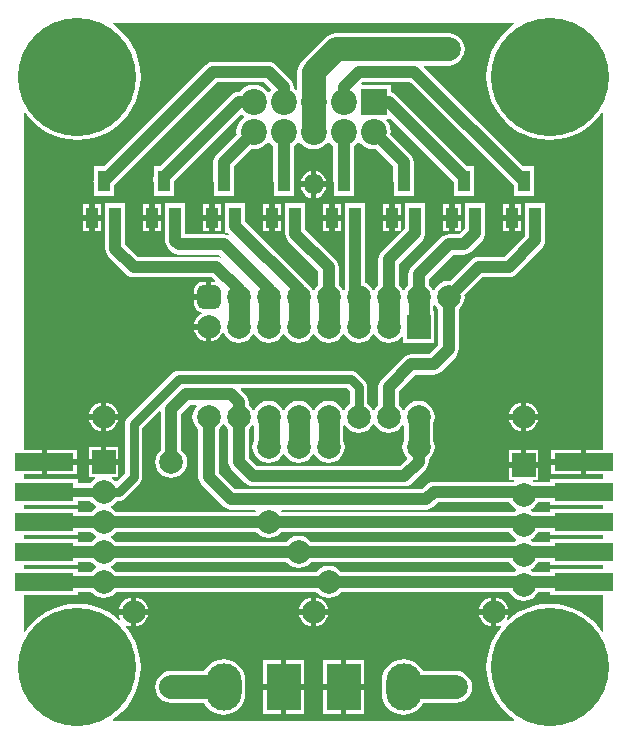
<source format=gbr>
G04 Layer_Physical_Order=2*
G04 Layer_Color=16711680*
%FSLAX26Y26*%
%MOIN*%
%TF.FileFunction,Copper,L2,Bot,Signal*%
%TF.Part,Single*%
G01*
G75*
%TA.AperFunction,Conductor*%
%ADD10C,0.078740*%
%ADD11C,0.070866*%
%TA.AperFunction,ViaPad*%
%ADD12O,0.118110X0.157480*%
%ADD13R,0.118110X0.157480*%
%TA.AperFunction,ComponentPad*%
G04:AMPARAMS|DCode=14|XSize=78.74mil|YSize=78.74mil|CornerRadius=19.685mil|HoleSize=0mil|Usage=FLASHONLY|Rotation=0.000|XOffset=0mil|YOffset=0mil|HoleType=Round|Shape=RoundedRectangle|*
%AMROUNDEDRECTD14*
21,1,0.078740,0.039370,0,0,0.0*
21,1,0.039370,0.078740,0,0,0.0*
1,1,0.039370,0.019685,-0.019685*
1,1,0.039370,-0.019685,-0.019685*
1,1,0.039370,-0.019685,0.019685*
1,1,0.039370,0.019685,0.019685*
%
%ADD14ROUNDEDRECTD14*%
%ADD15C,0.078740*%
%ADD16R,0.078740X0.078740*%
%TA.AperFunction,ViaPad*%
%ADD17O,0.062992X0.070866*%
%TA.AperFunction,ComponentPad*%
%ADD18R,0.078740X0.078740*%
%TA.AperFunction,ViaPad*%
%ADD19C,0.393701*%
%TA.AperFunction,ComponentPad*%
%ADD20R,0.086614X0.086614*%
%ADD21C,0.086614*%
%TA.AperFunction,ViaPad*%
%ADD22C,0.078740*%
%TA.AperFunction,ConnectorPad*%
%ADD23R,0.196850X0.059055*%
%TA.AperFunction,SMDPad,CuDef*%
%ADD24R,0.039370X0.070866*%
%TA.AperFunction,Conductor*%
%ADD25C,0.039370*%
%ADD26C,0.031496*%
G36*
X653574Y-636647D02*
X662093Y-647749D01*
X673196Y-656269D01*
X675788Y-657342D01*
Y-662342D01*
X673196Y-663416D01*
X669507Y-666247D01*
X91094D01*
X87907Y-662093D01*
X76804Y-653574D01*
X63875Y-648218D01*
X50000Y-646392D01*
X36125Y-648218D01*
X23196Y-653574D01*
X12093Y-662093D01*
X8906Y-666247D01*
X-658906D01*
X-662093Y-662093D01*
X-673196Y-653574D01*
X-675788Y-652500D01*
Y-647500D01*
X-673196Y-646426D01*
X-662093Y-637907D01*
X-658906Y-633753D01*
X-91094D01*
X-87907Y-637907D01*
X-76804Y-646426D01*
X-63875Y-651782D01*
X-50000Y-653608D01*
X-36125Y-651782D01*
X-23196Y-646426D01*
X-12093Y-637907D01*
X-8906Y-633753D01*
X652375D01*
X653574Y-636647D01*
D02*
G37*
G36*
X-737907Y-537907D02*
X-726804Y-546426D01*
X-724212Y-547500D01*
Y-552500D01*
X-726804Y-553574D01*
X-737907Y-562093D01*
X-741094Y-566247D01*
X-784646D01*
Y-556693D01*
X-966188D01*
Y-543307D01*
X-784646D01*
Y-533753D01*
X-741094D01*
X-737907Y-537907D01*
D02*
G37*
G36*
X787795Y-543307D02*
X966188D01*
Y-556693D01*
X787795D01*
Y-566247D01*
X730493D01*
X726804Y-563416D01*
X724212Y-562342D01*
Y-557342D01*
X726804Y-556269D01*
X737907Y-547749D01*
X746426Y-536647D01*
X747625Y-533753D01*
X787795D01*
Y-543307D01*
D02*
G37*
G36*
Y-743307D02*
X966188D01*
Y-864089D01*
X961404Y-865541D01*
X954864Y-855754D01*
X936659Y-834995D01*
X915900Y-816789D01*
X892942Y-801450D01*
X868179Y-789238D01*
X842034Y-780363D01*
X814953Y-774976D01*
X787402Y-773170D01*
X759850Y-774976D01*
X732770Y-780363D01*
X706624Y-789238D01*
X681861Y-801450D01*
X658903Y-816789D01*
X647898Y-826441D01*
X643724Y-823451D01*
X648099Y-812888D01*
X648500Y-809842D01*
X609842D01*
Y-848500D01*
X612888Y-848099D01*
X619503Y-845360D01*
X625149Y-848433D01*
X625358Y-849574D01*
X619939Y-855754D01*
X604599Y-878711D01*
X592387Y-903475D01*
X583512Y-929620D01*
X578126Y-956700D01*
X576320Y-984252D01*
X578126Y-1011804D01*
X583512Y-1038884D01*
X592387Y-1065030D01*
X604599Y-1089793D01*
X619939Y-1112751D01*
X638144Y-1133509D01*
X658903Y-1151715D01*
X668690Y-1158254D01*
X667239Y-1163039D01*
X-667239D01*
X-668690Y-1158254D01*
X-658903Y-1151715D01*
X-638144Y-1133509D01*
X-619939Y-1112751D01*
X-604599Y-1089793D01*
X-592387Y-1065030D01*
X-583512Y-1038884D01*
X-578126Y-1011804D01*
X-576320Y-984252D01*
X-578126Y-956700D01*
X-583512Y-929620D01*
X-592387Y-903475D01*
X-604599Y-878711D01*
X-619939Y-855754D01*
X-625358Y-849574D01*
X-625149Y-848433D01*
X-619503Y-845360D01*
X-612888Y-848099D01*
X-609842Y-848500D01*
Y-809842D01*
X-648500D01*
X-648099Y-812888D01*
X-643724Y-823451D01*
X-647898Y-826441D01*
X-658903Y-816789D01*
X-681861Y-801450D01*
X-706624Y-789238D01*
X-732770Y-780363D01*
X-759850Y-774976D01*
X-787402Y-773170D01*
X-814953Y-774976D01*
X-842034Y-780363D01*
X-868179Y-789238D01*
X-892942Y-801450D01*
X-915900Y-816789D01*
X-936659Y-834995D01*
X-954864Y-855754D01*
X-961404Y-865541D01*
X-966188Y-864089D01*
Y-743307D01*
X-784646D01*
Y-733753D01*
X-741094D01*
X-737907Y-737907D01*
X-726804Y-746426D01*
X-713875Y-751782D01*
X-700000Y-753608D01*
X-686125Y-751782D01*
X-673196Y-746426D01*
X-662093Y-737907D01*
X-658906Y-733753D01*
X8906D01*
X12093Y-737907D01*
X23196Y-746426D01*
X36125Y-751782D01*
X50000Y-753608D01*
X63875Y-751782D01*
X76804Y-746426D01*
X87907Y-737907D01*
X91094Y-733753D01*
X652375D01*
X653574Y-736647D01*
X662093Y-747749D01*
X673196Y-756269D01*
X686125Y-761624D01*
X700000Y-763451D01*
X713875Y-761624D01*
X726804Y-756269D01*
X737907Y-747749D01*
X746426Y-736647D01*
X747625Y-733753D01*
X787795D01*
Y-743307D01*
D02*
G37*
G36*
X-737907Y-637907D02*
X-726804Y-646426D01*
X-724212Y-647500D01*
Y-652500D01*
X-726804Y-653574D01*
X-737907Y-662093D01*
X-741094Y-666247D01*
X-784646D01*
Y-656693D01*
X-966188D01*
Y-643307D01*
X-784646D01*
Y-633753D01*
X-741094D01*
X-737907Y-637907D01*
D02*
G37*
G36*
X787795Y-643307D02*
X966188D01*
Y-656693D01*
X787795D01*
Y-666247D01*
X730493D01*
X726804Y-663416D01*
X724212Y-662342D01*
Y-657342D01*
X726804Y-656269D01*
X737907Y-647749D01*
X746426Y-636647D01*
X747625Y-633753D01*
X787795D01*
Y-643307D01*
D02*
G37*
G36*
X653574Y-536647D02*
X662093Y-547749D01*
X673196Y-556269D01*
X675788Y-557342D01*
Y-562342D01*
X673196Y-563416D01*
X669507Y-566247D01*
X-8906D01*
X-12093Y-562093D01*
X-23196Y-553574D01*
X-36125Y-548218D01*
X-50000Y-546392D01*
X-63875Y-548218D01*
X-76804Y-553574D01*
X-87907Y-562093D01*
X-91094Y-566247D01*
X-658906D01*
X-662093Y-562093D01*
X-673196Y-553574D01*
X-675788Y-552500D01*
Y-547500D01*
X-673196Y-546426D01*
X-662093Y-537907D01*
X-658906Y-533753D01*
X-191094D01*
X-187907Y-537907D01*
X-176804Y-546426D01*
X-163875Y-551782D01*
X-150000Y-553608D01*
X-136125Y-551782D01*
X-123196Y-546426D01*
X-112093Y-537907D01*
X-108906Y-533753D01*
X652375D01*
X653574Y-536647D01*
D02*
G37*
G36*
X-389180Y-113753D02*
X-396426Y-123196D01*
X-401781Y-136125D01*
X-403608Y-150000D01*
X-401781Y-163875D01*
X-396426Y-176804D01*
X-387907Y-187907D01*
X-383753Y-191094D01*
Y-350000D01*
X-382603Y-358736D01*
X-379231Y-366877D01*
X-373867Y-373867D01*
X-298867Y-448867D01*
X-291877Y-454231D01*
X-283736Y-457603D01*
X-275000Y-458753D01*
X-194099D01*
X-191533Y-463753D01*
X-193250Y-466247D01*
X-658906D01*
X-662093Y-462093D01*
X-673196Y-453574D01*
X-675788Y-452500D01*
Y-447500D01*
X-673196Y-446426D01*
X-662093Y-437907D01*
X-655859Y-429782D01*
X-650000D01*
X-642292Y-428767D01*
X-635109Y-425792D01*
X-628941Y-421059D01*
X-578941Y-371059D01*
X-574208Y-364891D01*
X-571232Y-357708D01*
X-570218Y-350000D01*
X-570218Y-349999D01*
Y-187336D01*
X-513373Y-130491D01*
X-508753Y-132405D01*
Y-258906D01*
X-512907Y-262093D01*
X-521426Y-273196D01*
X-526782Y-286125D01*
X-528608Y-300000D01*
X-526782Y-313875D01*
X-521426Y-326804D01*
X-512907Y-337907D01*
X-501804Y-346426D01*
X-488875Y-351781D01*
X-475000Y-353608D01*
X-461125Y-351781D01*
X-448196Y-346426D01*
X-437093Y-337907D01*
X-428574Y-326804D01*
X-423219Y-313875D01*
X-421392Y-300000D01*
X-423219Y-286125D01*
X-428574Y-273196D01*
X-437093Y-262093D01*
X-441247Y-258906D01*
Y-138981D01*
X-411019Y-108753D01*
X-391361D01*
X-389180Y-113753D01*
D02*
G37*
G36*
X120218Y-62336D02*
Y-105859D01*
X112093Y-112093D01*
X103574Y-123196D01*
X102500Y-125788D01*
X97500D01*
X96426Y-123196D01*
X87907Y-112093D01*
X76804Y-103574D01*
X63875Y-98219D01*
X50000Y-96392D01*
X36125Y-98219D01*
X23196Y-103574D01*
X12093Y-112093D01*
X3574Y-123196D01*
X2500Y-125788D01*
X-2500D01*
X-3574Y-123196D01*
X-12093Y-112093D01*
X-23196Y-103574D01*
X-36125Y-98219D01*
X-50000Y-96392D01*
X-63875Y-98219D01*
X-76804Y-103574D01*
X-87907Y-112093D01*
X-96426Y-123196D01*
X-97500Y-125788D01*
X-102500D01*
X-103574Y-123196D01*
X-112093Y-112093D01*
X-123196Y-103574D01*
X-136125Y-98219D01*
X-150000Y-96392D01*
X-163875Y-98219D01*
X-176804Y-103574D01*
X-187907Y-112093D01*
X-196426Y-123196D01*
X-197500Y-125788D01*
X-202500D01*
X-203574Y-123196D01*
X-212093Y-112093D01*
X-216247Y-108906D01*
Y-100000D01*
X-217397Y-91264D01*
X-220769Y-83123D01*
X-226133Y-76133D01*
X-242864Y-59402D01*
X-240950Y-54782D01*
X112664D01*
X120218Y-62336D01*
D02*
G37*
G36*
X203574Y-176804D02*
X212093Y-187907D01*
X223196Y-196426D01*
X236125Y-201781D01*
X250000Y-203608D01*
X263875Y-201781D01*
X276804Y-196426D01*
X287907Y-187907D01*
X295363Y-178190D01*
X300363Y-179887D01*
Y-230948D01*
X298219Y-236125D01*
X296392Y-250000D01*
X298219Y-263875D01*
X303574Y-276804D01*
X312093Y-287907D01*
X312233Y-290033D01*
X289168Y-313097D01*
X-189168D01*
X-216247Y-286019D01*
Y-191094D01*
X-212093Y-187907D01*
X-204637Y-178190D01*
X-199637Y-179887D01*
Y-230948D01*
X-201781Y-236125D01*
X-203608Y-250000D01*
X-201781Y-263875D01*
X-196426Y-276804D01*
X-187907Y-287907D01*
X-176804Y-296426D01*
X-163875Y-301781D01*
X-150000Y-303608D01*
X-136125Y-301781D01*
X-123196Y-296426D01*
X-112093Y-287907D01*
X-103574Y-276804D01*
X-102500Y-274212D01*
X-97500D01*
X-96426Y-276804D01*
X-87907Y-287907D01*
X-76804Y-296426D01*
X-63875Y-301781D01*
X-50000Y-303608D01*
X-36125Y-301781D01*
X-23196Y-296426D01*
X-12093Y-287907D01*
X-3574Y-276804D01*
X-2500Y-274212D01*
X2500D01*
X3574Y-276804D01*
X12093Y-287907D01*
X23196Y-296426D01*
X36125Y-301781D01*
X50000Y-303608D01*
X63875Y-301781D01*
X76804Y-296426D01*
X87907Y-287907D01*
X96426Y-276804D01*
X101781Y-263875D01*
X103608Y-250000D01*
X101781Y-236125D01*
X99637Y-230948D01*
Y-179887D01*
X104637Y-178190D01*
X112093Y-187907D01*
X123196Y-196426D01*
X136125Y-201781D01*
X150000Y-203608D01*
X163875Y-201781D01*
X176804Y-196426D01*
X187907Y-187907D01*
X196426Y-176804D01*
X197500Y-174212D01*
X202500D01*
X203574Y-176804D01*
D02*
G37*
G36*
X-737907Y-437907D02*
X-726804Y-446426D01*
X-724212Y-447500D01*
Y-452500D01*
X-726804Y-453574D01*
X-737907Y-462093D01*
X-741094Y-466247D01*
X-784646D01*
Y-456693D01*
X-966188D01*
Y-443307D01*
X-784646D01*
Y-429782D01*
X-744141D01*
X-737907Y-437907D01*
D02*
G37*
G36*
X653574Y-436647D02*
X662093Y-447749D01*
X673196Y-456269D01*
X675788Y-457342D01*
Y-462342D01*
X673196Y-463416D01*
X669507Y-466247D01*
X-106750D01*
X-108467Y-463753D01*
X-105901Y-458753D01*
X375000D01*
X383736Y-457603D01*
X391877Y-454231D01*
X398867Y-448867D01*
X413981Y-433753D01*
X652375D01*
X653574Y-436647D01*
D02*
G37*
G36*
X787795Y-443307D02*
X966188D01*
Y-456693D01*
X787795D01*
Y-466247D01*
X730493D01*
X726804Y-463416D01*
X724212Y-462342D01*
Y-457342D01*
X726804Y-456269D01*
X737907Y-447749D01*
X746426Y-436647D01*
X747625Y-433753D01*
X787795D01*
Y-443307D01*
D02*
G37*
G36*
X668690Y1158254D02*
X658903Y1151715D01*
X638144Y1133509D01*
X619939Y1112751D01*
X604599Y1089793D01*
X592387Y1065030D01*
X583512Y1038884D01*
X578126Y1011804D01*
X576320Y984252D01*
X578126Y956700D01*
X583512Y929620D01*
X592387Y903475D01*
X604599Y878711D01*
X619939Y855754D01*
X638144Y834995D01*
X658903Y816789D01*
X681861Y801450D01*
X706624Y789238D01*
X732770Y780363D01*
X759850Y774976D01*
X787402Y773170D01*
X814953Y774976D01*
X842034Y780363D01*
X868179Y789238D01*
X892942Y801450D01*
X915900Y816789D01*
X936659Y834995D01*
X954864Y855754D01*
X961404Y865541D01*
X966188Y864089D01*
Y-260473D01*
X909842D01*
Y-300000D01*
Y-339527D01*
X966188D01*
Y-356693D01*
X787795D01*
Y-366247D01*
X732059D01*
X730193Y-364213D01*
X732391Y-359213D01*
X749370D01*
Y-319685D01*
X700000D01*
X650630D01*
Y-359213D01*
X667609D01*
X669807Y-364213D01*
X667941Y-366247D01*
X400000D01*
X391264Y-367397D01*
X383123Y-370769D01*
X376133Y-376133D01*
X361019Y-391247D01*
X-261019D01*
X-316247Y-336019D01*
Y-191094D01*
X-312093Y-187907D01*
X-303574Y-176804D01*
X-302500Y-174212D01*
X-297500D01*
X-296426Y-176804D01*
X-287907Y-187907D01*
X-283753Y-191094D01*
Y-300000D01*
X-282603Y-308736D01*
X-279231Y-316877D01*
X-273867Y-323867D01*
X-227017Y-370718D01*
X-220026Y-376082D01*
X-211886Y-379454D01*
X-203150Y-380604D01*
X303150D01*
X311886Y-379454D01*
X320026Y-376082D01*
X327017Y-370718D01*
X373867Y-323867D01*
X379231Y-316877D01*
X382603Y-308736D01*
X383753Y-300000D01*
Y-291094D01*
X387907Y-287907D01*
X396426Y-276804D01*
X401781Y-263875D01*
X403608Y-250000D01*
X401781Y-236125D01*
X399637Y-230948D01*
Y-169052D01*
X401781Y-163875D01*
X403608Y-150000D01*
X401781Y-136125D01*
X396426Y-123196D01*
X387907Y-112093D01*
X376804Y-103574D01*
X363875Y-98219D01*
X350000Y-96392D01*
X336125Y-98219D01*
X323196Y-103574D01*
X312093Y-112093D01*
X303574Y-123196D01*
X302500Y-125788D01*
X297500D01*
X296426Y-123196D01*
X287907Y-112093D01*
X283753Y-108906D01*
Y-63981D01*
X338981Y-8753D01*
X400000D01*
X408736Y-7603D01*
X416877Y-4231D01*
X423867Y1133D01*
X473867Y51133D01*
X479231Y58123D01*
X482603Y66264D01*
X483753Y75000D01*
Y208906D01*
X487907Y212093D01*
X496426Y223196D01*
X501781Y236125D01*
X503608Y250000D01*
X502925Y255190D01*
X563981Y316247D01*
X650000D01*
X658736Y317397D01*
X666877Y320769D01*
X673867Y326133D01*
X763237Y415503D01*
X768601Y422493D01*
X771973Y430634D01*
X773123Y439370D01*
Y513976D01*
X772835Y516170D01*
Y563189D01*
X705906D01*
Y516170D01*
X705617Y513976D01*
Y453351D01*
X636019Y383753D01*
X550000D01*
X541264Y382603D01*
X533123Y379231D01*
X526133Y373867D01*
X455190Y302925D01*
X450000Y303608D01*
X436125Y301781D01*
X423196Y296426D01*
X412093Y287907D01*
X403574Y276804D01*
X402500Y274212D01*
X397500D01*
X396426Y276804D01*
X387907Y287907D01*
X383753Y291094D01*
Y311019D01*
X463981Y391247D01*
X500000D01*
X508736Y392397D01*
X516877Y395769D01*
X523867Y401133D01*
X563237Y440503D01*
X568601Y447493D01*
X571973Y455634D01*
X573123Y464370D01*
Y513976D01*
X572835Y516170D01*
Y563189D01*
X505906D01*
Y516170D01*
X505617Y513976D01*
Y478351D01*
X494966Y467700D01*
X494757Y467808D01*
X494757Y467809D01*
X490315Y470120D01*
X490315Y472890D01*
Y504134D01*
X470473D01*
Y468543D01*
X485608D01*
X488738Y468543D01*
X491158Y463893D01*
X486019Y458753D01*
X450000D01*
X441264Y457603D01*
X433123Y454231D01*
X426133Y448867D01*
X326133Y348867D01*
X320769Y341877D01*
X317397Y333736D01*
X316247Y325000D01*
Y291094D01*
X312093Y287907D01*
X303574Y276804D01*
X302500Y274212D01*
X297500D01*
X296426Y276804D01*
X287907Y287907D01*
X283753Y291094D01*
Y361019D01*
X363237Y440503D01*
X368601Y447493D01*
X371973Y455634D01*
X373123Y464370D01*
Y513976D01*
X372835Y516170D01*
Y563189D01*
X305906D01*
Y516170D01*
X305617Y513976D01*
Y478351D01*
X294966Y467700D01*
X294757Y467808D01*
X294757Y467809D01*
X290315Y470120D01*
X290315Y472890D01*
Y504134D01*
X270473D01*
Y468543D01*
X285608D01*
X288738Y468543D01*
X291158Y463893D01*
X226133Y398867D01*
X220769Y391877D01*
X217397Y383736D01*
X216247Y375000D01*
Y291094D01*
X212093Y287907D01*
X203574Y276804D01*
X202500Y274212D01*
X197500D01*
X196426Y276804D01*
X187907Y287907D01*
X176804Y296426D01*
X173123Y297951D01*
Y513976D01*
X172835Y516170D01*
Y563189D01*
X105906D01*
Y516170D01*
X105617Y513976D01*
Y279466D01*
X103574Y276804D01*
X102500Y274212D01*
X97500D01*
X96426Y276804D01*
X87907Y287907D01*
X83753Y291094D01*
Y350000D01*
X82603Y358736D01*
X79231Y366877D01*
X73867Y373867D01*
X-26877Y474611D01*
Y513976D01*
X-27165Y516170D01*
Y563189D01*
X-94094D01*
Y516170D01*
X-94383Y513976D01*
Y460630D01*
X-93233Y451894D01*
X-89861Y443753D01*
X-84497Y436763D01*
X16247Y336019D01*
Y291094D01*
X12093Y287907D01*
X3574Y276804D01*
X2500Y274212D01*
X-2500D01*
X-3574Y276804D01*
X-12093Y287907D01*
X-23196Y296426D01*
X-24570Y296995D01*
X-26133Y299032D01*
X-226877Y499776D01*
Y513976D01*
X-227165Y516170D01*
Y563189D01*
X-294094D01*
Y516170D01*
X-294383Y513976D01*
Y485630D01*
X-294094Y483436D01*
Y464764D01*
X-286800D01*
X-284497Y461763D01*
X-281850Y459116D01*
X-284683Y454877D01*
X-291264Y457603D01*
X-300000Y458753D01*
X-426877D01*
Y513976D01*
X-427165Y516170D01*
Y563189D01*
X-494094D01*
Y516170D01*
X-494383Y513976D01*
Y435630D01*
X-493233Y426894D01*
X-489861Y418753D01*
X-484497Y411763D01*
X-473867Y401133D01*
X-466877Y395769D01*
X-458736Y392397D01*
X-450000Y391247D01*
X-313981D01*
X-306850Y384116D01*
X-309683Y379877D01*
X-316264Y382603D01*
X-325000Y383753D01*
X-586019D01*
X-626877Y424611D01*
Y513976D01*
X-627165Y516170D01*
Y563189D01*
X-694094D01*
Y516170D01*
X-694383Y513976D01*
Y410630D01*
X-693233Y401894D01*
X-689861Y393753D01*
X-684497Y386763D01*
X-623867Y326133D01*
X-616877Y320769D01*
X-608736Y317397D01*
X-600000Y316247D01*
X-338981D01*
X-326962Y304228D01*
X-329298Y299492D01*
X-330315Y299626D01*
X-340158D01*
Y250000D01*
X-350000D01*
Y240157D01*
X-399626D01*
Y230315D01*
X-398606Y222565D01*
X-395615Y215344D01*
X-390857Y209143D01*
X-384656Y204385D01*
X-377435Y201394D01*
X-374824Y201050D01*
X-370850Y195515D01*
X-371000Y194739D01*
X-374898Y193125D01*
X-385211Y185211D01*
X-393125Y174898D01*
X-398099Y162888D01*
X-398500Y159843D01*
X-350000D01*
Y150000D01*
X-340158D01*
Y101500D01*
X-337112Y101901D01*
X-325102Y106875D01*
X-314789Y114789D01*
X-306875Y125102D01*
X-304751Y130230D01*
X-299339D01*
X-296426Y123196D01*
X-287907Y112093D01*
X-276804Y103574D01*
X-263875Y98219D01*
X-250000Y96392D01*
X-236125Y98219D01*
X-223196Y103574D01*
X-212093Y112093D01*
X-203574Y123196D01*
X-202500Y125788D01*
X-197500D01*
X-196426Y123196D01*
X-187907Y112093D01*
X-176804Y103574D01*
X-163875Y98219D01*
X-150000Y96392D01*
X-136125Y98219D01*
X-123196Y103574D01*
X-112093Y112093D01*
X-103574Y123196D01*
X-102500Y125788D01*
X-97500D01*
X-96426Y123196D01*
X-87907Y112093D01*
X-76804Y103574D01*
X-63875Y98219D01*
X-50000Y96392D01*
X-36125Y98219D01*
X-23196Y103574D01*
X-12093Y112093D01*
X-3574Y123196D01*
X-2500Y125788D01*
X2500D01*
X3574Y123196D01*
X12093Y112093D01*
X23196Y103574D01*
X36125Y98219D01*
X50000Y96392D01*
X63875Y98219D01*
X76804Y103574D01*
X87907Y112093D01*
X96426Y123196D01*
X97500Y125788D01*
X102500D01*
X103574Y123196D01*
X112093Y112093D01*
X123196Y103574D01*
X136125Y98219D01*
X150000Y96392D01*
X163875Y98219D01*
X176804Y103574D01*
X187907Y112093D01*
X196426Y123196D01*
X197500Y125788D01*
X202500D01*
X203574Y123196D01*
X212093Y112093D01*
X223196Y103574D01*
X236125Y98219D01*
X250000Y96392D01*
X263875Y98219D01*
X276804Y103574D01*
X287907Y112093D01*
X291850Y117233D01*
X296850Y115535D01*
Y96850D01*
X403150D01*
Y203150D01*
X399637D01*
Y220113D01*
X404637Y221810D01*
X412093Y212093D01*
X416247Y208906D01*
Y88981D01*
X386019Y58753D01*
X325000D01*
X316264Y57603D01*
X308123Y54231D01*
X301133Y48867D01*
X226133Y-26133D01*
X220769Y-33123D01*
X217397Y-41264D01*
X216247Y-50000D01*
Y-108906D01*
X212093Y-112093D01*
X203574Y-123196D01*
X202500Y-125788D01*
X197500D01*
X196426Y-123196D01*
X187907Y-112093D01*
X179782Y-105859D01*
Y-50000D01*
X178768Y-42292D01*
X175792Y-35109D01*
X171059Y-28941D01*
X171059Y-28940D01*
X146059Y-3941D01*
X139891Y792D01*
X132708Y3768D01*
X125000Y4782D01*
X-450000D01*
X-457708Y3768D01*
X-464891Y792D01*
X-471059Y-3941D01*
X-471060Y-3941D01*
X-621059Y-153941D01*
X-625792Y-160109D01*
X-628768Y-167292D01*
X-629782Y-175000D01*
Y-337664D01*
X-655990Y-363872D01*
X-660980Y-363545D01*
X-662093Y-362093D01*
X-672158Y-354370D01*
X-671037Y-349370D01*
X-650630D01*
Y-309842D01*
X-700000D01*
X-749370D01*
Y-349370D01*
X-728963D01*
X-727842Y-354370D01*
X-737907Y-362093D01*
X-744141Y-370218D01*
X-784646D01*
Y-356693D01*
X-966188D01*
Y-339527D01*
X-906693D01*
Y-300000D01*
Y-260473D01*
X-966188D01*
Y864089D01*
X-961404Y865541D01*
X-954864Y855754D01*
X-936659Y834995D01*
X-915900Y816789D01*
X-892942Y801450D01*
X-868179Y789238D01*
X-842034Y780363D01*
X-814953Y774976D01*
X-787402Y773170D01*
X-759850Y774976D01*
X-732770Y780363D01*
X-706624Y789238D01*
X-681861Y801450D01*
X-658903Y816789D01*
X-638144Y834995D01*
X-619939Y855754D01*
X-604599Y878711D01*
X-592387Y903475D01*
X-583512Y929620D01*
X-578126Y956700D01*
X-576320Y984252D01*
X-578126Y1011804D01*
X-583512Y1038884D01*
X-592387Y1065030D01*
X-604599Y1089793D01*
X-619939Y1112751D01*
X-638144Y1133509D01*
X-658903Y1151715D01*
X-668690Y1158254D01*
X-667239Y1163039D01*
X667239D01*
X668690Y1158254D01*
D02*
G37*
%LPC*%
G36*
X-109843Y-1059842D02*
X-169055D01*
Y-1138740D01*
X-109843D01*
Y-1059842D01*
D02*
G37*
G36*
X-30945D02*
X-90157D01*
Y-1138740D01*
X-30945D01*
Y-1059842D01*
D02*
G37*
G36*
X300000Y-957128D02*
X285722Y-958534D01*
X271993Y-962699D01*
X259339Y-969462D01*
X248249Y-978564D01*
X239147Y-989654D01*
X232384Y-1002308D01*
X228219Y-1016037D01*
X226813Y-1030315D01*
Y-1069685D01*
X228219Y-1083963D01*
X232384Y-1097693D01*
X239147Y-1110345D01*
X248249Y-1121436D01*
X259339Y-1130538D01*
X271993Y-1137301D01*
X285722Y-1141466D01*
X300000Y-1142872D01*
X314278Y-1141466D01*
X328007Y-1137301D01*
X340661Y-1130538D01*
X351751Y-1121436D01*
X360853Y-1110345D01*
X364454Y-1103608D01*
X475000D01*
X488875Y-1101782D01*
X501804Y-1096426D01*
X512907Y-1087907D01*
X521426Y-1076804D01*
X526782Y-1063875D01*
X528608Y-1050000D01*
X526782Y-1036125D01*
X521426Y-1023196D01*
X512907Y-1012093D01*
X501804Y-1003574D01*
X488875Y-998218D01*
X475000Y-996392D01*
X364454D01*
X360853Y-989654D01*
X351751Y-978564D01*
X340661Y-969462D01*
X328007Y-962699D01*
X314278Y-958534D01*
X300000Y-957128D01*
D02*
G37*
G36*
X-300000D02*
X-314278Y-958534D01*
X-328007Y-962699D01*
X-340661Y-969462D01*
X-351751Y-978564D01*
X-360853Y-989654D01*
X-364454Y-996392D01*
X-475000D01*
X-488875Y-998218D01*
X-501804Y-1003574D01*
X-512907Y-1012093D01*
X-521426Y-1023196D01*
X-526782Y-1036125D01*
X-528608Y-1050000D01*
X-526782Y-1063875D01*
X-521426Y-1076804D01*
X-512907Y-1087907D01*
X-501804Y-1096426D01*
X-488875Y-1101782D01*
X-475000Y-1103608D01*
X-364454D01*
X-360853Y-1110345D01*
X-351751Y-1121436D01*
X-340661Y-1130538D01*
X-328007Y-1137301D01*
X-314278Y-1141466D01*
X-300000Y-1142872D01*
X-285722Y-1141466D01*
X-271993Y-1137301D01*
X-259339Y-1130538D01*
X-248249Y-1121436D01*
X-239147Y-1110345D01*
X-232384Y-1097693D01*
X-228219Y-1083963D01*
X-226813Y-1069685D01*
Y-1030315D01*
X-228219Y-1016037D01*
X-232384Y-1002308D01*
X-239147Y-989654D01*
X-248249Y-978564D01*
X-259339Y-969462D01*
X-271993Y-962699D01*
X-285722Y-958534D01*
X-300000Y-957128D01*
D02*
G37*
G36*
X90157Y-1059842D02*
X30945D01*
Y-1138740D01*
X90157D01*
Y-1059842D01*
D02*
G37*
G36*
X-9842Y-751500D02*
X-12888Y-751901D01*
X-24898Y-756875D01*
X-35211Y-764789D01*
X-43125Y-775102D01*
X-48099Y-787112D01*
X-48500Y-790158D01*
X-9842D01*
Y-751500D01*
D02*
G37*
G36*
X9842D02*
Y-790158D01*
X48500D01*
X48099Y-787112D01*
X43125Y-775102D01*
X35211Y-764789D01*
X24898Y-756875D01*
X12888Y-751901D01*
X9842Y-751500D01*
D02*
G37*
G36*
X590158D02*
X587112Y-751901D01*
X575102Y-756875D01*
X564789Y-764789D01*
X556875Y-775102D01*
X551901Y-787112D01*
X551500Y-790158D01*
X590158D01*
Y-751500D01*
D02*
G37*
G36*
X-590158D02*
Y-790158D01*
X-551500D01*
X-551901Y-787112D01*
X-556875Y-775102D01*
X-564789Y-764789D01*
X-575102Y-756875D01*
X-587112Y-751901D01*
X-590158Y-751500D01*
D02*
G37*
G36*
X48500Y-809842D02*
X9842D01*
Y-848500D01*
X12888Y-848099D01*
X24898Y-843125D01*
X35211Y-835211D01*
X43125Y-824898D01*
X48099Y-812888D01*
X48500Y-809842D01*
D02*
G37*
G36*
X590158D02*
X551500D01*
X551901Y-812888D01*
X556875Y-824898D01*
X564789Y-835211D01*
X575102Y-843125D01*
X587112Y-848099D01*
X590158Y-848500D01*
Y-809842D01*
D02*
G37*
G36*
X-609842Y-751500D02*
X-612888Y-751901D01*
X-624898Y-756875D01*
X-635211Y-764789D01*
X-643125Y-775102D01*
X-648099Y-787112D01*
X-648500Y-790158D01*
X-609842D01*
Y-751500D01*
D02*
G37*
G36*
X609842D02*
Y-790158D01*
X648500D01*
X648099Y-787112D01*
X643125Y-775102D01*
X635211Y-764789D01*
X624898Y-756875D01*
X612888Y-751901D01*
X609842Y-751500D01*
D02*
G37*
G36*
X-30945Y-961260D02*
X-90157D01*
Y-1040158D01*
X-30945D01*
Y-961260D01*
D02*
G37*
G36*
X-109843D02*
X-169055D01*
Y-1040158D01*
X-109843D01*
Y-961260D01*
D02*
G37*
G36*
X169055Y-1059842D02*
X109843D01*
Y-1138740D01*
X169055D01*
Y-1059842D01*
D02*
G37*
G36*
X90157Y-961260D02*
X30945D01*
Y-1040158D01*
X90157D01*
Y-961260D01*
D02*
G37*
G36*
X-9842Y-809842D02*
X-48500D01*
X-48099Y-812888D01*
X-43125Y-824898D01*
X-35211Y-835211D01*
X-24898Y-843125D01*
X-12888Y-848099D01*
X-9842Y-848500D01*
Y-809842D01*
D02*
G37*
G36*
X-551500D02*
X-590158D01*
Y-848500D01*
X-587112Y-848099D01*
X-575102Y-843125D01*
X-564789Y-835211D01*
X-556875Y-824898D01*
X-551901Y-812888D01*
X-551500Y-809842D01*
D02*
G37*
G36*
X169055Y-961260D02*
X109843D01*
Y-1040158D01*
X169055D01*
Y-961260D01*
D02*
G37*
G36*
X890158Y-309842D02*
X791575D01*
Y-339527D01*
X890158D01*
Y-309842D01*
D02*
G37*
G36*
X749370Y-260472D02*
X709842D01*
Y-300000D01*
X749370D01*
Y-260472D01*
D02*
G37*
G36*
X690157D02*
X650630D01*
Y-300000D01*
X690157D01*
Y-260472D01*
D02*
G37*
G36*
X-788425Y-309842D02*
X-887008D01*
Y-339527D01*
X-788425D01*
Y-309842D01*
D02*
G37*
G36*
X-709842Y-159843D02*
X-748500D01*
X-748099Y-162888D01*
X-743125Y-174898D01*
X-735211Y-185211D01*
X-724898Y-193125D01*
X-712888Y-198099D01*
X-709842Y-198500D01*
Y-159843D01*
D02*
G37*
G36*
X-651500D02*
X-690158D01*
Y-198500D01*
X-687112Y-198099D01*
X-675102Y-193125D01*
X-664789Y-185211D01*
X-656875Y-174898D01*
X-651901Y-162888D01*
X-651500Y-159843D01*
D02*
G37*
G36*
X-788425Y-260473D02*
X-887008D01*
Y-290158D01*
X-788425D01*
Y-260473D01*
D02*
G37*
G36*
X890158D02*
X791575D01*
Y-290158D01*
X890158D01*
Y-260473D01*
D02*
G37*
G36*
X-709842Y-250630D02*
X-749370D01*
Y-290158D01*
X-709842D01*
Y-250630D01*
D02*
G37*
G36*
X-650630D02*
X-690158D01*
Y-290158D01*
X-650630D01*
Y-250630D01*
D02*
G37*
G36*
X690158Y-159843D02*
X651500D01*
X651901Y-162888D01*
X656875Y-174898D01*
X664789Y-185211D01*
X675102Y-193125D01*
X687112Y-198099D01*
X690158Y-198500D01*
Y-159843D01*
D02*
G37*
G36*
X-149212Y559409D02*
X-169055D01*
Y523819D01*
X-149212D01*
Y559409D01*
D02*
G37*
G36*
X650788D02*
X630945D01*
Y523819D01*
X650788D01*
Y559409D01*
D02*
G37*
G36*
X250788D02*
X230945D01*
Y523819D01*
X250788D01*
Y559409D01*
D02*
G37*
G36*
X90315D02*
X70473D01*
Y523819D01*
X90315D01*
Y559409D01*
D02*
G37*
G36*
X-309685D02*
X-329527D01*
Y523819D01*
X-309685D01*
Y559409D01*
D02*
G37*
G36*
X50788D02*
X30945D01*
Y523819D01*
X50788D01*
Y559409D01*
D02*
G37*
G36*
X-349212D02*
X-369055D01*
Y523819D01*
X-349212D01*
Y559409D01*
D02*
G37*
G36*
X450788D02*
X430945D01*
Y523819D01*
X450788D01*
Y559409D01*
D02*
G37*
G36*
X-549212D02*
X-569055D01*
Y523819D01*
X-549212D01*
Y559409D01*
D02*
G37*
G36*
X-749212D02*
X-769055D01*
Y523819D01*
X-749212D01*
Y559409D01*
D02*
G37*
G36*
X490315D02*
X470473D01*
Y523819D01*
X490315D01*
Y559409D01*
D02*
G37*
G36*
X41077Y615158D02*
X9842D01*
Y580505D01*
X10833Y580635D01*
X20927Y584816D01*
X29595Y591468D01*
X36247Y600136D01*
X40428Y610230D01*
X41077Y615158D01*
D02*
G37*
G36*
X-9842D02*
X-41077D01*
X-40428Y610230D01*
X-36247Y600136D01*
X-29595Y591468D01*
X-20927Y584816D01*
X-10833Y580635D01*
X-9842Y580505D01*
Y615158D01*
D02*
G37*
G36*
Y669495D02*
X-10833Y669365D01*
X-20927Y665184D01*
X-29595Y658532D01*
X-36247Y649864D01*
X-40428Y639770D01*
X-41077Y634842D01*
X-9842D01*
Y669495D01*
D02*
G37*
G36*
X450000Y1128608D02*
X75000D01*
X61125Y1126782D01*
X53551Y1123644D01*
X48196Y1121426D01*
X37093Y1112907D01*
X-37907Y1037907D01*
X-46426Y1026804D01*
X-51782Y1013875D01*
X-53608Y1000000D01*
Y941093D01*
X-58343Y939486D01*
X-59285Y940715D01*
X-66247Y946056D01*
Y950000D01*
X-67397Y958736D01*
X-70769Y966877D01*
X-76133Y973867D01*
X-126133Y1023867D01*
X-133123Y1029231D01*
X-141264Y1032603D01*
X-150000Y1033753D01*
X-336024D01*
X-344760Y1032603D01*
X-352900Y1029231D01*
X-359891Y1023867D01*
X-698522Y685236D01*
X-733465D01*
Y638217D01*
X-733753Y636024D01*
X-733465Y633830D01*
Y586811D01*
X-666535D01*
Y621754D01*
X-322043Y966247D01*
X-163981D01*
X-140575Y942841D01*
X-140715Y940715D01*
X-146849Y932720D01*
X-153151D01*
X-159285Y940715D01*
X-171210Y949865D01*
X-185097Y955617D01*
X-200000Y957579D01*
X-214903Y955617D01*
X-228790Y949865D01*
X-240715Y940715D01*
X-246056Y933753D01*
X-250000D01*
X-258736Y932603D01*
X-266877Y929231D01*
X-273867Y923867D01*
X-512498Y685236D01*
X-533465D01*
Y652194D01*
X-533753Y650000D01*
Y636024D01*
X-533465Y633830D01*
Y586811D01*
X-466536D01*
Y633830D01*
X-466247Y636018D01*
X-242841Y859425D01*
X-240714Y859285D01*
X-232720Y853151D01*
Y846849D01*
X-240715Y840715D01*
X-249865Y828790D01*
X-255617Y814903D01*
X-257579Y800000D01*
X-256434Y791301D01*
X-323867Y723867D01*
X-329231Y716877D01*
X-332603Y708736D01*
X-333753Y700000D01*
Y636024D01*
X-333464Y633830D01*
Y586811D01*
X-266536D01*
Y633830D01*
X-266247Y636024D01*
Y686019D01*
X-208700Y743566D01*
X-200000Y742421D01*
X-185097Y744383D01*
X-171210Y750135D01*
X-159285Y759285D01*
X-153151Y767280D01*
X-146849D01*
X-140715Y759285D01*
X-133753Y753944D01*
Y636024D01*
X-133464Y633830D01*
Y586811D01*
X-66535D01*
Y633830D01*
X-66247Y636024D01*
Y753944D01*
X-59285Y759285D01*
X-53151Y767280D01*
X-46849D01*
X-40715Y759285D01*
X-28790Y750135D01*
X-14903Y744383D01*
X0Y742421D01*
X14903Y744383D01*
X28790Y750135D01*
X40715Y759285D01*
X46849Y767280D01*
X53151D01*
X59285Y759285D01*
X66247Y753944D01*
Y636024D01*
X66535Y633830D01*
Y586811D01*
X133464D01*
Y633830D01*
X133753Y636024D01*
Y753944D01*
X140715Y759285D01*
X146849Y767280D01*
X153151D01*
X159285Y759285D01*
X171210Y750135D01*
X185097Y744383D01*
X200000Y742421D01*
X208700Y743566D01*
X266247Y686019D01*
Y636024D01*
X266536Y633830D01*
Y586811D01*
X333464D01*
Y633830D01*
X333753Y636024D01*
Y700000D01*
X332603Y708736D01*
X329231Y716877D01*
X323867Y723867D01*
X256434Y791301D01*
X257579Y800000D01*
X255617Y814903D01*
X249865Y828790D01*
X242864Y837913D01*
X245330Y842913D01*
X257086D01*
X257087Y842913D01*
Y842913D01*
X261307Y840959D01*
X466247Y636018D01*
X466536Y633830D01*
Y586811D01*
X533465D01*
Y633830D01*
X533753Y636024D01*
Y650000D01*
X533465Y652194D01*
Y685236D01*
X512498D01*
X273867Y923867D01*
X266877Y929231D01*
X258736Y932603D01*
X257087Y932820D01*
Y957087D01*
X161354D01*
X159440Y961706D01*
X163981Y966247D01*
X322043D01*
X666535Y621754D01*
Y586811D01*
X733465D01*
Y633830D01*
X733753Y636024D01*
X733465Y638217D01*
Y685236D01*
X698522D01*
X366986Y1016772D01*
X368899Y1021392D01*
X450000D01*
X463875Y1023218D01*
X476804Y1028574D01*
X487907Y1037093D01*
X496426Y1048196D01*
X501781Y1061125D01*
X503608Y1075000D01*
X501781Y1088875D01*
X496426Y1101804D01*
X487907Y1112907D01*
X476804Y1121426D01*
X463875Y1126782D01*
X450000Y1128608D01*
D02*
G37*
G36*
X9842Y669495D02*
Y634842D01*
X41077D01*
X40428Y639770D01*
X36247Y649864D01*
X29595Y658532D01*
X20927Y665184D01*
X10833Y669365D01*
X9842Y669495D01*
D02*
G37*
G36*
X-709685Y559409D02*
X-729527D01*
Y523819D01*
X-709685D01*
Y559409D01*
D02*
G37*
G36*
X690315D02*
X670473D01*
Y523819D01*
X690315D01*
Y559409D01*
D02*
G37*
G36*
X-509685D02*
X-529527D01*
Y523819D01*
X-509685D01*
Y559409D01*
D02*
G37*
G36*
X290315D02*
X270473D01*
Y523819D01*
X290315D01*
Y559409D01*
D02*
G37*
G36*
X-109685D02*
X-129527D01*
Y523819D01*
X-109685D01*
Y559409D01*
D02*
G37*
G36*
X-359842Y299626D02*
X-369685D01*
X-377435Y298606D01*
X-384656Y295615D01*
X-390857Y290857D01*
X-395615Y284656D01*
X-398606Y277435D01*
X-399626Y269685D01*
Y259842D01*
X-359842D01*
Y299626D01*
D02*
G37*
G36*
Y140157D02*
X-398500D01*
X-398099Y137112D01*
X-393125Y125102D01*
X-385211Y114789D01*
X-374898Y106875D01*
X-362888Y101901D01*
X-359842Y101500D01*
Y140157D01*
D02*
G37*
G36*
X250788Y504134D02*
X230945D01*
Y468543D01*
X250788D01*
Y504134D01*
D02*
G37*
G36*
X-749212D02*
X-769055D01*
Y468543D01*
X-749212D01*
Y504134D01*
D02*
G37*
G36*
X450788D02*
X430945D01*
Y468543D01*
X450788D01*
Y504134D01*
D02*
G37*
G36*
X-709842Y-101500D02*
X-712888Y-101901D01*
X-724898Y-106875D01*
X-735211Y-114789D01*
X-743125Y-125102D01*
X-748099Y-137112D01*
X-748500Y-140157D01*
X-709842D01*
Y-101500D01*
D02*
G37*
G36*
X748500Y-159843D02*
X709842D01*
Y-198500D01*
X712888Y-198099D01*
X724898Y-193125D01*
X735211Y-185211D01*
X743125Y-174898D01*
X748099Y-162888D01*
X748500Y-159843D01*
D02*
G37*
G36*
X-690158Y-101500D02*
Y-140157D01*
X-651500D01*
X-651901Y-137112D01*
X-656875Y-125102D01*
X-664789Y-114789D01*
X-675102Y-106875D01*
X-687112Y-101901D01*
X-690158Y-101500D01*
D02*
G37*
G36*
X709842D02*
Y-140157D01*
X748500D01*
X748099Y-137112D01*
X743125Y-125102D01*
X735211Y-114789D01*
X724898Y-106875D01*
X712888Y-101901D01*
X709842Y-101500D01*
D02*
G37*
G36*
X690158D02*
X687112Y-101901D01*
X675102Y-106875D01*
X664789Y-114789D01*
X656875Y-125102D01*
X651901Y-137112D01*
X651500Y-140157D01*
X690158D01*
Y-101500D01*
D02*
G37*
G36*
X-709685Y504134D02*
X-729527D01*
Y468543D01*
X-709685D01*
Y504134D01*
D02*
G37*
G36*
X50788D02*
X30945D01*
Y468543D01*
X50788D01*
Y504134D01*
D02*
G37*
G36*
X-109685D02*
X-129527D01*
Y468543D01*
X-109685D01*
Y504134D01*
D02*
G37*
G36*
X90315D02*
X70473D01*
Y468543D01*
X90315D01*
Y504134D01*
D02*
G37*
G36*
X690315D02*
X670473D01*
Y468543D01*
X690315D01*
Y504134D01*
D02*
G37*
G36*
X650788D02*
X630945D01*
Y468543D01*
X650788D01*
Y504134D01*
D02*
G37*
G36*
X-509685D02*
X-529527D01*
Y468543D01*
X-509685D01*
Y504134D01*
D02*
G37*
G36*
X-549212D02*
X-569055D01*
Y468543D01*
X-549212D01*
Y504134D01*
D02*
G37*
G36*
X-349212D02*
X-369055D01*
Y468543D01*
X-349212D01*
Y504134D01*
D02*
G37*
G36*
X-149212D02*
X-169055D01*
Y468543D01*
X-149212D01*
Y504134D01*
D02*
G37*
G36*
X-309685D02*
X-329527D01*
Y468543D01*
X-309685D01*
Y504134D01*
D02*
G37*
%LPD*%
D10*
X300000Y-1050000D02*
X475000D01*
X-475000D02*
X-300000D01*
X75000Y1075000D02*
X450000D01*
X0Y1000000D02*
X75000Y1075000D01*
X0Y900000D02*
Y1000000D01*
Y800000D02*
Y900000D01*
D11*
X350000Y150000D02*
Y250000D01*
X250000Y150000D02*
Y250000D01*
X150000Y150000D02*
Y250000D01*
X50000Y150000D02*
Y250000D01*
X-50000Y150000D02*
Y250000D01*
X-150000Y150000D02*
Y250000D01*
X-250000Y150000D02*
Y250000D01*
X350000Y-250000D02*
Y-150000D01*
X50000Y-250000D02*
Y-150000D01*
X-150000Y-250000D02*
Y-150000D01*
X-50000Y-250000D02*
Y-150000D01*
D12*
X300000Y-1050000D02*
D03*
X-300000D02*
D03*
D13*
X100000D02*
D03*
X-100000D02*
D03*
D14*
X-350000Y250000D02*
D03*
D15*
X-250000D02*
D03*
X-150000D02*
D03*
X-50000D02*
D03*
X50000D02*
D03*
X150000D02*
D03*
X250000D02*
D03*
X350000D02*
D03*
X450000D02*
D03*
X700000Y-709842D02*
D03*
Y-609842D02*
D03*
Y-509842D02*
D03*
Y-409842D02*
D03*
X-700000Y-700000D02*
D03*
Y-600000D02*
D03*
Y-500000D02*
D03*
Y-400000D02*
D03*
X350000Y-250000D02*
D03*
X50000D02*
D03*
X250000Y150000D02*
D03*
X150000D02*
D03*
X50000D02*
D03*
X-50000D02*
D03*
X-150000D02*
D03*
X-250000D02*
D03*
X-350000D02*
D03*
Y-150000D02*
D03*
X-250000D02*
D03*
X-150000D02*
D03*
X-50000D02*
D03*
X50000D02*
D03*
X150000D02*
D03*
X250000D02*
D03*
X350000D02*
D03*
D16*
X700000Y-309842D02*
D03*
X-700000Y-300000D02*
D03*
D17*
X0Y625000D02*
D03*
D18*
X350000Y150000D02*
D03*
D19*
X787402Y-984252D02*
D03*
X-787402D02*
D03*
Y984252D02*
D03*
X787402D02*
D03*
D20*
X200000Y900000D02*
D03*
D21*
Y800000D02*
D03*
X100000Y900000D02*
D03*
Y800000D02*
D03*
X0Y900000D02*
D03*
Y800000D02*
D03*
X-100000Y900000D02*
D03*
Y800000D02*
D03*
X-200000Y900000D02*
D03*
Y800000D02*
D03*
D22*
X-475000Y-300000D02*
D03*
Y-1050000D02*
D03*
X475000D02*
D03*
X450000Y1075000D02*
D03*
X0Y-800000D02*
D03*
X600000D02*
D03*
X700000Y-150000D02*
D03*
X-700000D02*
D03*
X-600000Y-800000D02*
D03*
X50000Y-700000D02*
D03*
X-50000Y-250000D02*
D03*
X-150000D02*
D03*
X-50000Y-600000D02*
D03*
X-150000Y-500000D02*
D03*
D23*
X-896850Y-400000D02*
D03*
Y-300000D02*
D03*
Y-500000D02*
D03*
Y-600000D02*
D03*
Y-700000D02*
D03*
X900000D02*
D03*
Y-600000D02*
D03*
Y-500000D02*
D03*
Y-400000D02*
D03*
Y-300000D02*
D03*
D24*
X-660630Y513976D02*
D03*
X-739370D02*
D03*
X-700000Y636024D02*
D03*
X-300000D02*
D03*
X-339370Y513976D02*
D03*
X-260630D02*
D03*
X-500000Y636024D02*
D03*
X-539370Y513976D02*
D03*
X-460630D02*
D03*
X-100000Y636024D02*
D03*
X-139370Y513976D02*
D03*
X-60630D02*
D03*
X100000Y636024D02*
D03*
X60630Y513976D02*
D03*
X139370D02*
D03*
X300000Y636024D02*
D03*
X260630Y513976D02*
D03*
X339370D02*
D03*
X500000Y636024D02*
D03*
X460630Y513976D02*
D03*
X539370D02*
D03*
X700000Y636024D02*
D03*
X660630Y513976D02*
D03*
X739370D02*
D03*
D25*
X50000Y-700000D02*
X900000D01*
X-425000Y-75000D02*
X-275000D01*
X-475000Y-125000D02*
X-425000Y-75000D01*
X-475000Y-300000D02*
Y-125000D01*
X-50000Y-600000D02*
X900000D01*
X-150000Y-500000D02*
X850000D01*
X400000Y-400000D02*
X900000D01*
X400000Y25000D02*
X450000Y75000D01*
X325000Y25000D02*
X400000D01*
X250000Y-50000D02*
X325000Y25000D01*
X450000Y75000D02*
Y250000D01*
X350000Y-300000D02*
Y-250000D01*
X-100000Y900000D02*
Y950000D01*
X-150000Y1000000D02*
X-100000Y950000D01*
X-336024Y1000000D02*
X-150000D01*
X-700000Y636024D02*
X-336024Y1000000D01*
X100000Y900000D02*
Y950000D01*
X150000Y1000000D01*
X336024D01*
X700000Y636024D01*
X-50000Y250000D02*
Y275165D01*
X-252985Y478150D02*
X-50000Y275165D01*
X-250000Y250000D02*
Y275000D01*
X-325000Y350000D02*
X-250000Y275000D01*
X-600000Y350000D02*
X-325000D01*
X-150000Y250000D02*
Y275000D01*
X-300000Y425000D02*
X-150000Y275000D01*
X-450000Y425000D02*
X-300000D01*
X-660630Y410630D02*
Y513976D01*
Y410630D02*
X-600000Y350000D01*
X-253150Y478150D02*
X-252985D01*
X-260630Y485630D02*
X-253150Y478150D01*
X-460630Y435630D02*
X-450000Y425000D01*
X-260630Y485630D02*
Y513976D01*
X50000Y250000D02*
Y350000D01*
X-60630Y460630D02*
X50000Y350000D01*
X-460630Y435630D02*
Y513976D01*
X739370Y439370D02*
Y513976D01*
X650000Y350000D02*
X739370Y439370D01*
X550000Y350000D02*
X650000D01*
X450000Y250000D02*
X550000Y350000D01*
X539370Y464370D02*
Y513976D01*
X500000Y425000D02*
X539370Y464370D01*
X450000Y425000D02*
X500000D01*
X350000Y325000D02*
X450000Y425000D01*
X350000Y250000D02*
Y325000D01*
X339370Y464370D02*
Y513976D01*
X250000Y375000D02*
X339370Y464370D01*
X250000Y250000D02*
Y375000D01*
X-60630Y460630D02*
Y513976D01*
X139370Y260630D02*
Y513976D01*
Y260630D02*
X150000Y250000D01*
X250000Y-150000D02*
Y-50000D01*
X-500000Y636024D02*
Y650000D01*
X-100000Y636024D02*
Y800000D01*
X100000Y636024D02*
Y800000D01*
X300000Y636024D02*
Y700000D01*
X500000Y636024D02*
Y650000D01*
X-300000Y636024D02*
Y700000D01*
X-700000Y-600000D02*
X-50000D01*
X-885827D02*
X-700000D01*
Y-500000D02*
X-150000D01*
X-885827D02*
X-700000D01*
Y-700000D02*
X50000D01*
X-885827D02*
X-700000D01*
X-350000Y-350000D02*
Y-150000D01*
X-250000Y-300000D02*
Y-150000D01*
Y-100000D01*
X-275000Y-75000D02*
X-250000Y-100000D01*
X375000Y-425000D02*
X400000Y-400000D01*
X-275000Y-425000D02*
X375000D01*
X-350000Y-350000D02*
X-275000Y-425000D01*
X-250000Y-300000D02*
X-203150Y-346850D01*
X303150D01*
X350000Y-300000D01*
X250000Y900000D02*
X500000Y650000D01*
X200000Y900000D02*
X250000D01*
X-250000D02*
X-200000D01*
X-500000Y650000D02*
X-250000Y900000D01*
X-300000Y700000D02*
X-200000Y800000D01*
X200000D02*
X300000Y700000D01*
D26*
X-450000Y-25000D02*
X125000D01*
X-600000Y-175000D02*
X-450000Y-25000D01*
X-600000Y-350000D02*
Y-175000D01*
X125000Y-25000D02*
X150000Y-50000D01*
X-700000Y-400000D02*
X-650000D01*
X-885827D02*
X-700000D01*
X-650000D02*
X-600000Y-350000D01*
X150000Y-150000D02*
Y-50000D01*
%TF.MD5,6860188ac9214507e33a6f06895e8d9b*%
M02*

</source>
